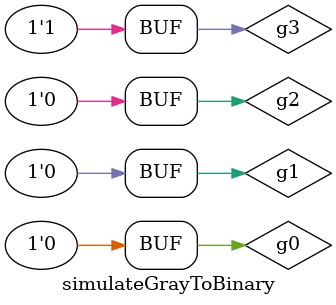
<source format=v>
module GrayToBinary (g0,g1,g2,g3,b0,b1,b2,b3);
input g0,g1,g2,g3;
output b0,b1,b2,b3;
or (b3,g3,0);
xor (b2,g3,g2);
xor(b1,g3,g2,g1);
xor(b0,g3,g2,g1,g0);
endmodule

module simulateGrayToBinary;

reg g0,g1,g2,g3;
wire b0,b1,b2,b3;

GrayToBinary test(g0,g1,g2,g3,b0,b1,b2,b3);

initial 
begin 
#100
g3 = 0;
g2 = 0;
g1 = 1;
g0 = 1;
#100
g3 = 0;
g2 = 0;
g1 = 1;
g0 = 0;
#100
g3 = 0;
g2 = 1;
g1 = 1;
g0 = 1;
#100
g3 = 0;
g2 = 1;
g1 = 0;
g0 = 0;
#100
g3 = 1;
g2 = 1;
g1 = 1;
g0 = 1;
#100
g3 = 1;
g2 = 0;
g1 = 1;
g0 = 0;
#100
g3 = 1;
g2 = 0;
g1 = 0;
g0 = 0;
end
endmodule


</source>
